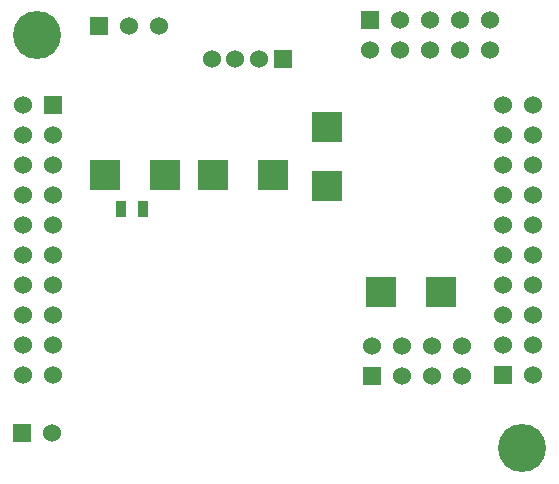
<source format=gbs>
G04 (created by PCBNEW (2013-may-18)-stable) date Вт 16 фев 2016 22:09:58*
%MOIN*%
G04 Gerber Fmt 3.4, Leading zero omitted, Abs format*
%FSLAX34Y34*%
G01*
G70*
G90*
G04 APERTURE LIST*
%ADD10C,0.00590551*%
%ADD11R,0.035X0.055*%
%ADD12R,0.06X0.06*%
%ADD13C,0.06*%
%ADD14R,0.1004X0.0984*%
%ADD15R,0.0984X0.1004*%
%ADD16C,0.16*%
G04 APERTURE END LIST*
G54D10*
G54D11*
X29275Y-22250D03*
X28525Y-22250D03*
G54D12*
X36900Y-27800D03*
G54D13*
X36900Y-26800D03*
X37900Y-27800D03*
X37900Y-26800D03*
X38900Y-27800D03*
X38900Y-26800D03*
X39900Y-27800D03*
X39900Y-26800D03*
G54D12*
X27800Y-16150D03*
G54D13*
X28800Y-16150D03*
X29800Y-16150D03*
G54D12*
X25250Y-29700D03*
G54D13*
X26250Y-29700D03*
G54D12*
X41287Y-27767D03*
G54D13*
X42287Y-27767D03*
X41287Y-26767D03*
X42287Y-26767D03*
X41287Y-25767D03*
X42287Y-25767D03*
X41287Y-24767D03*
X42287Y-24767D03*
X41287Y-23767D03*
X42287Y-23767D03*
X41287Y-22767D03*
X42287Y-22767D03*
X41287Y-21767D03*
X42287Y-21767D03*
X41287Y-20767D03*
X42287Y-20767D03*
X41287Y-19767D03*
X42287Y-19767D03*
X41287Y-18767D03*
X42287Y-18767D03*
G54D12*
X26287Y-18767D03*
G54D13*
X25287Y-18767D03*
X26287Y-19767D03*
X25287Y-19767D03*
X26287Y-20767D03*
X25287Y-20767D03*
X26287Y-21767D03*
X25287Y-21767D03*
X26287Y-22767D03*
X25287Y-22767D03*
X26287Y-23767D03*
X25287Y-23767D03*
X26287Y-24767D03*
X25287Y-24767D03*
X26287Y-25767D03*
X25287Y-25767D03*
X26287Y-26767D03*
X25287Y-26767D03*
X26287Y-27767D03*
X25287Y-27767D03*
G54D12*
X33931Y-17250D03*
G54D13*
X33143Y-17250D03*
X32356Y-17250D03*
X31568Y-17250D03*
G54D14*
X39194Y-25000D03*
X37206Y-25000D03*
G54D15*
X35400Y-21494D03*
X35400Y-19506D03*
G54D14*
X33594Y-21100D03*
X31606Y-21100D03*
X29994Y-21100D03*
X28006Y-21100D03*
G54D12*
X36850Y-15950D03*
G54D13*
X36850Y-16950D03*
X37850Y-15950D03*
X37850Y-16950D03*
X38850Y-15950D03*
X38850Y-16950D03*
X39850Y-15950D03*
X39850Y-16950D03*
X40850Y-15950D03*
X40850Y-16950D03*
G54D16*
X25750Y-16450D03*
X41893Y-30229D03*
M02*

</source>
